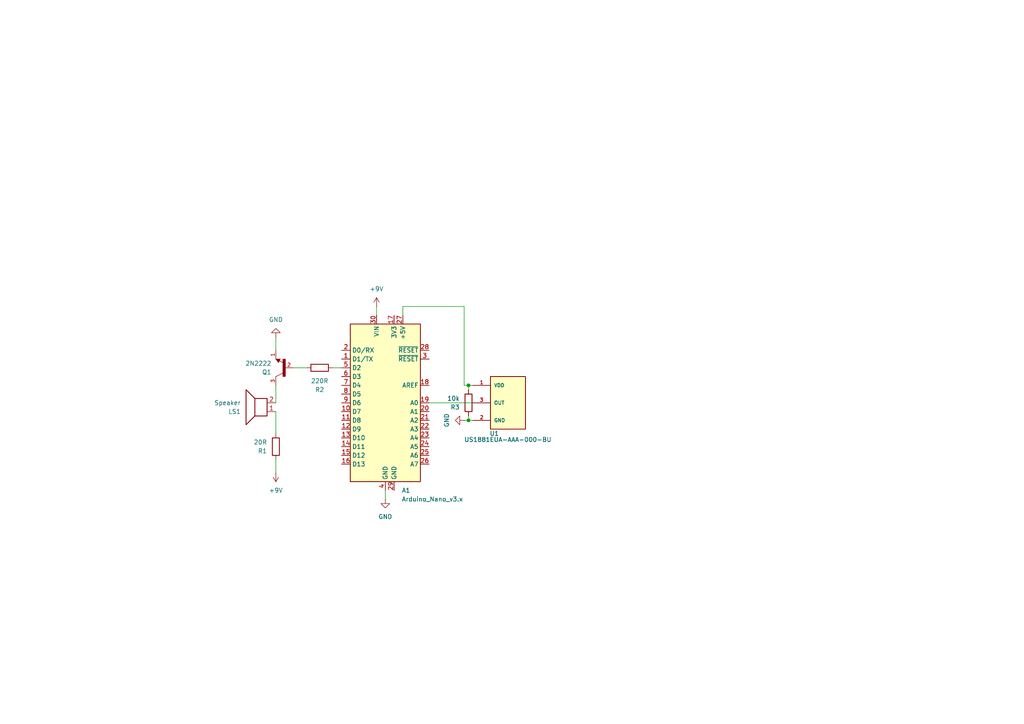
<source format=kicad_sch>
(kicad_sch (version 20231120) (generator "eeschema") (generator_version "8.0")
  (paper "A4")
  (lib_symbols
    (symbol "2N2222:2N2222" (pin_names (offset 1.016))
      (property "Reference" "Q" (at -10.16 7.62 0))
      (property "Value" "2N2222" (at -10.16 -7.62 0))
      (symbol "2N2222_0_0"
        (rectangle (start -0.254 -2.54) (end 0.508 2.54) (stroke (width 0.1)) (fill (type outline)))
        (polyline (pts (xy 1.27 -2.54) (xy 1.778 -1.524)) (stroke (width 0.1524)))
        (polyline (pts (xy 1.524 -2.413) (xy 2.286 -2.413)) (stroke (width 0.254)))
        (polyline (pts (xy 1.524 -2.286) (xy 1.905 -2.286)) (stroke (width 0.254)))
        (polyline (pts (xy 1.54 -2.04) (xy 0.308 -1.424)) (stroke (width 0.1524)))
        (polyline (pts (xy 1.778 -1.778) (xy 1.524 -2.286)) (stroke (width 0.254)))
        (polyline (pts (xy 1.778 -1.524) (xy 2.54 -2.54)) (stroke (width 0.1524)))
        (polyline (pts (xy 1.905 -2.286) (xy 1.778 -2.032)) (stroke (width 0.254)))
        (polyline (pts (xy 2.286 -2.413) (xy 1.778 -1.778)) (stroke (width 0.254)))
        (polyline (pts (xy 2.54 -2.54) (xy 1.27 -2.54)) (stroke (width 0.1524)))
        (polyline (pts (xy 2.54 2.54) (xy 0.508 1.524)) (stroke (width 0.1524)))
        (pin passive line (at 2.54 -5.08 90) (length 2.54) (name "~") (number "1"))
        (pin passive line (at -2.54 0 0) (length 2.54) (name "~") (number "2"))
        (pin passive line (at 2.54 5.08 270) (length 2.54) (name "~") (number "3"))
      )
    )
    (symbol "Device:R" (pin_numbers hide) (pin_names (offset 0))
      (property "Reference" "R" (at 2.032 0 90))
      (property "Value" "R" (at 0 0 90))
      (symbol "R_0_1"
        (rectangle (start -1.016 -2.54) (end 1.016 2.54) (stroke (width 0.254)))
      )
      (symbol "R_1_1"
        (pin passive line (at 0 3.81 270) (length 1.27) (name "~") (number "1"))
        (pin passive line (at 0 -3.81 90) (length 1.27) (name "~") (number "2"))
      )
    )
    (symbol "Device:Speaker" (pin_names (offset 0) hide)
      (property "Reference" "LS" (at 1.27 5.715 0))
      (property "Value" "Speaker" (at 1.27 3.81 0))
      (symbol "Speaker_0_0"
        (rectangle (start -2.54 1.27) (end 1.016 -3.81) (stroke (width 0.254)))
        (polyline (pts (xy 1.016 1.27) (xy 3.556 3.81) (xy 3.556 -6.35) (xy 1.016 -3.81)) (stroke (width 0.254)))
      )
      (symbol "Speaker_1_1"
        (pin input line (at -5.08 0 0) (length 2.54) (name "1") (number "1"))
        (pin input line (at -5.08 -2.54 0) (length 2.54) (name "2") (number "2"))
      )
    )
    (symbol "MCU_Module:Arduino_Nano_v3.x"
      (property "Reference" "A" (at -10.16 23.495 0))
      (property "Value" "Arduino_Nano_v3.x" (at 5.08 -24.13 0))
      (symbol "Arduino_Nano_v3.x_0_1"
        (rectangle (start -10.16 22.86) (end 10.16 -22.86) (stroke (width 0.254)) (fill (type background)))
      )
      (symbol "Arduino_Nano_v3.x_1_1"
        (pin bidirectional line (at -12.7 12.7 0) (length 2.54) (name "D1/TX") (number "1"))
        (pin bidirectional line (at -12.7 -2.54 0) (length 2.54) (name "D7") (number "10"))
        (pin bidirectional line (at -12.7 -5.08 0) (length 2.54) (name "D8") (number "11"))
        (pin bidirectional line (at -12.7 -7.62 0) (length 2.54) (name "D9") (number "12"))
        (pin bidirectional line (at -12.7 -10.16 0) (length 2.54) (name "D10") (number "13"))
        (pin bidirectional line (at -12.7 -12.7 0) (length 2.54) (name "D11") (number "14"))
        (pin bidirectional line (at -12.7 -15.24 0) (length 2.54) (name "D12") (number "15"))
        (pin bidirectional line (at -12.7 -17.78 0) (length 2.54) (name "D13") (number "16"))
        (pin power_out line (at 2.54 25.4 270) (length 2.54) (name "3V3") (number "17"))
        (pin input line (at 12.7 5.08 180) (length 2.54) (name "AREF") (number "18"))
        (pin bidirectional line (at 12.7 0 180) (length 2.54) (name "A0") (number "19"))
        (pin bidirectional line (at -12.7 15.24 0) (length 2.54) (name "D0/RX") (number "2"))
        (pin bidirectional line (at 12.7 -2.54 180) (length 2.54) (name "A1") (number "20"))
        (pin bidirectional line (at 12.7 -5.08 180) (length 2.54) (name "A2") (number "21"))
        (pin bidirectional line (at 12.7 -7.62 180) (length 2.54) (name "A3") (number "22"))
        (pin bidirectional line (at 12.7 -10.16 180) (length 2.54) (name "A4") (number "23"))
        (pin bidirectional line (at 12.7 -12.7 180) (length 2.54) (name "A5") (number "24"))
        (pin bidirectional line (at 12.7 -15.24 180) (length 2.54) (name "A6") (number "25"))
        (pin bidirectional line (at 12.7 -17.78 180) (length 2.54) (name "A7") (number "26"))
        (pin power_out line (at 5.08 25.4 270) (length 2.54) (name "+5V") (number "27"))
        (pin input line (at 12.7 15.24 180) (length 2.54) (name "~{RESET}") (number "28"))
        (pin power_in line (at 2.54 -25.4 90) (length 2.54) (name "GND") (number "29"))
        (pin input line (at 12.7 12.7 180) (length 2.54) (name "~{RESET}") (number "3"))
        (pin power_in line (at -2.54 25.4 270) (length 2.54) (name "VIN") (number "30"))
        (pin power_in line (at 0 -25.4 90) (length 2.54) (name "GND") (number "4"))
        (pin bidirectional line (at -12.7 10.16 0) (length 2.54) (name "D2") (number "5"))
        (pin bidirectional line (at -12.7 7.62 0) (length 2.54) (name "D3") (number "6"))
        (pin bidirectional line (at -12.7 5.08 0) (length 2.54) (name "D4") (number "7"))
        (pin bidirectional line (at -12.7 2.54 0) (length 2.54) (name "D5") (number "8"))
        (pin bidirectional line (at -12.7 0 0) (length 2.54) (name "D6") (number "9"))
      )
    )
    (symbol "US1881EUA-AAA-000-BU:US1881EUA-AAA-000-BU" (pin_names (offset 1.016))
      (property "Reference" "U" (at -5.08 8.382 0))
      (property "Value" "US1881EUA-AAA-000-BU" (at -5.08 -10.16 0))
      (symbol "US1881EUA-AAA-000-BU_0_0"
        (rectangle (start -5.08 -7.62) (end 5.08 7.62) (stroke (width 0.254)) (fill (type background)))
        (pin power_in line (at 10.16 5.08 180) (length 5.08) (name "VDD") (number "1"))
        (pin power_in line (at 10.16 -5.08 180) (length 5.08) (name "GND") (number "2"))
        (pin output line (at 10.16 0 180) (length 5.08) (name "OUT") (number "3"))
      )
    )
    (symbol "power:+9V" (power) (pin_numbers hide) (pin_names (offset 0) hide)
      (property "Value" "+9V" (at 0 3.556 0))
      (symbol "+9V_0_1"
        (polyline (pts (xy -0.762 1.27) (xy 0 2.54)))
        (polyline (pts (xy 0 0) (xy 0 2.54)))
        (polyline (pts (xy 0 2.54) (xy 0.762 1.27)))
      )
      (symbol "+9V_1_1"
        (pin power_in line (at 0 0 90) (length 0) (name "~") (number "1"))
      )
    )
    (symbol "power:GND" (power) (pin_numbers hide) (pin_names (offset 0) hide)
      (property "Value" "GND" (at 0 -3.81 0))
      (symbol "GND_0_1"
        (polyline (pts (xy 0 0) (xy 0 -1.27) (xy 1.27 -1.27) (xy 0 -2.54) (xy -1.27 -1.27) (xy 0 -1.27)))
      )
      (symbol "GND_1_1"
        (pin power_in line (at 0 0 270) (length 0) (name "~") (number "1"))
      )
    )
  )
  (junction (at 135.89 121.92))
  (junction (at 135.89 111.76))
  (wire (pts (xy 111.76 142.24) (xy 111.76 144.78)))
  (wire (pts (xy 134.62 88.9) (xy 134.62 111.76)))
  (wire (pts (xy 80.01 101.6) (xy 80.01 97.79)))
  (wire (pts (xy 96.52 106.68) (xy 99.06 106.68)))
  (wire (pts (xy 88.9 106.68) (xy 85.09 106.68)))
  (wire (pts (xy 109.22 88.9) (xy 109.22 91.44)))
  (wire (pts (xy 116.84 88.9) (xy 134.62 88.9)))
  (wire (pts (xy 124.46 116.84) (xy 137.16 116.84)))
  (wire (pts (xy 135.89 111.76) (xy 137.16 111.76)))
  (wire (pts (xy 134.62 111.76) (xy 135.89 111.76)))
  (wire (pts (xy 80.01 125.73) (xy 80.01 119.38)))
  (wire (pts (xy 116.84 91.44) (xy 116.84 88.9)))
  (wire (pts (xy 80.01 137.16) (xy 80.01 133.35)))
  (wire (pts (xy 80.01 116.84) (xy 80.01 111.76)))
  (wire (pts (xy 135.89 120.65) (xy 135.89 121.92)))
  (wire (pts (xy 135.89 121.92) (xy 137.16 121.92)))
  (wire (pts (xy 134.62 121.92) (xy 135.89 121.92)))
  (wire (pts (xy 135.89 111.76) (xy 135.89 113.03)))
  (symbol (lib_id "MCU_Module:Arduino_Nano_v3.x") (at 111.76 116.84 0) (unit 1)
    (property "Reference" "A1" (at 116.4941 142.24 0) (effects (justify left)))
    (property "Value" "Arduino_Nano_v3.x" (at 116.4941 144.78 0) (effects (justify left)))
    (property "Footprint" "Module:Arduino_Nano" (effects (hide yes)))
    (property "Datasheet" "http://www.mouser.com/pdfdocs/Gravitech_Arduino_Nano3_0.pdf" (effects (hide yes)))
    (property "Description" "Arduino Nano v3.x" (effects (hide yes)))
  )
  (symbol (lib_id "power:+9V") (at 80.01 137.16 180) (unit 1)
    (property "Reference" "#PWR02" (effects (hide yes)))
    (property "Value" "+9V" (at 80.01 142.24 0))
    (property "Description" "Power symbol creates a global label with name \"+9V\"" (effects (hide yes)))
  )
  (symbol (lib_id "2N2222:2N2222") (at 82.55 106.68 180) (unit 1)
    (property "Reference" "Q1" (at 78.74 107.9501 0) (effects (justify left)))
    (property "Value" "2N2222" (at 78.74 105.4101 0) (effects (justify left)))
    (property "Footprint" "2N2222:TO127P584H533-3" (effects (hide yes)))
    (property "MF" "ON Semiconductor" (effects (hide yes)))
    (property "MAXIMUM_PACKAGE_HEIGHT" "5.33 mm" (effects (hide yes)))
    (property "Package" "TO-18 Texas Instruments" (effects (hide yes)))
    (property "Price" "None" (effects (hide yes)))
    (property "Check_prices" "https://www.snapeda.com/parts/2N2222/Onsemi/view-part/?ref=eda" (effects (hide yes)))
    (property "STANDARD" "IPC 7351B" (effects (hide yes)))
    (property "PARTREV" "R2" (effects (hide yes)))
    (property "SnapEDA_Link" "https://www.snapeda.com/parts/2N2222/Onsemi/view-part/?ref=snap" (effects (hide yes)))
    (property "MP" "2N2222" (effects (hide yes)))
    (property "Description_1" "\nBipolar (BJT) Transistor NPN 50V 800mA 300mW Surface Mount Ceramic SMD\n" (effects (hide yes)))
    (property "Availability" "Not in stock" (effects (hide yes)))
    (property "MANUFACTURER" "Micross" (effects (hide yes)))
  )
  (symbol (lib_id "power:GND") (at 134.62 121.92 270) (mirror x) (unit 1)
    (property "Reference" "#PWR05" (effects (hide yes)))
    (property "Value" "GND" (at 129.54 121.92 0))
    (property "Description" "Power symbol creates a global label with name \"GND\" , ground" (effects (hide yes)))
  )
  (symbol (lib_id "power:+9V") (at 109.22 88.9 0) (mirror y) (unit 1)
    (property "Reference" "#PWR03" (effects (hide yes)))
    (property "Value" "+9V" (at 109.22 83.82 0))
    (property "Description" "Power symbol creates a global label with name \"+9V\"" (effects (hide yes)))
  )
  (symbol (lib_id "Device:R") (at 135.89 116.84 180) (unit 1)
    (property "Reference" "R3" (at 133.35 118.1101 0) (effects (justify left)))
    (property "Value" "10k" (at 133.35 115.5701 0) (effects (justify left)))
    (property "Description" "Resistor" (effects (hide yes)))
  )
  (symbol (lib_id "Device:R") (at 92.71 106.68 270) (unit 1)
    (property "Reference" "R2" (at 92.71 113.03 90))
    (property "Value" "220R" (at 92.71 110.49 90))
    (property "Description" "Resistor" (effects (hide yes)))
  )
  (symbol (lib_id "power:GND") (at 111.76 144.78 0) (mirror y) (unit 1)
    (property "Reference" "#PWR04" (effects (hide yes)))
    (property "Value" "GND" (at 111.76 149.86 0))
    (property "Description" "Power symbol creates a global label with name \"GND\" , ground" (effects (hide yes)))
  )
  (symbol (lib_id "Device:R") (at 80.01 129.54 180) (unit 1)
    (property "Reference" "R1" (at 77.47 130.8101 0) (effects (justify left)))
    (property "Value" "20R" (at 77.47 128.2701 0) (effects (justify left)))
    (property "Description" "Resistor" (effects (hide yes)))
  )
  (symbol (lib_id "US1881EUA-AAA-000-BU:US1881EUA-AAA-000-BU") (at 147.32 116.84 0) (mirror y) (unit 1)
    (property "Reference" "U1" (at 141.986 125.73 0) (effects (justify right)))
    (property "Value" "US1881EUA-AAA-000-BU" (at 134.62 127.508 0) (effects (justify right)))
    (property "Footprint" "US1881EUA-AAA-000-BU:TO92127P410H430-3" (effects (hide yes)))
    (property "MF" "Melexis" (effects (hide yes)))
    (property "MAXIMUM_PACKAGE_HEIGHT" "4.3mm" (effects (hide yes)))
    (property "Package" "TO-92-3L-3 Melexis" (effects (hide yes)))
    (property "Price" "None" (effects (hide yes)))
    (property "Check_prices" "https://www.snapeda.com/parts/US1881EUA-AAA-000-BU/Melexis+Technologies+NV/view-part/?ref=eda" (effects (hide yes)))
    (property "STANDARD" "IPC-2221/IPC-2222" (effects (hide yes)))
    (property "PARTREV" "010" (effects (hide yes)))
    (property "SnapEDA_Link" "https://www.snapeda.com/parts/US1881EUA-AAA-000-BU/Melexis+Technologies+NV/view-part/?ref=snap" (effects (hide yes)))
    (property "MP" "US1881EUA-AAA-000-BU" (effects (hide yes)))
    (property "Purchase-URL" "https://www.snapeda.com/api/url_track_click_mouser/?unipart_id=9344053&manufacturer=Melexis&part_name=US1881EUA-AAA-000-BU&search_term=None" (effects (hide yes)))
    (property "Description_1" "\n3 wire Latch\n" (effects (hide yes)))
    (property "Availability" "In Stock" (effects (hide yes)))
    (property "MANUFACTURER" "Melexis" (effects (hide yes)))
  )
  (symbol (lib_id "Device:Speaker") (at 74.93 119.38 180) (unit 1)
    (property "Reference" "LS1" (at 69.85 119.3801 0) (effects (justify left)))
    (property "Value" "Speaker" (at 69.85 116.8401 0) (effects (justify left)))
    (property "Description" "Speaker" (effects (hide yes)))
  )
  (symbol (lib_id "power:GND") (at 80.01 97.79 180) (unit 1)
    (property "Reference" "#PWR01" (effects (hide yes)))
    (property "Value" "GND" (at 80.01 92.71 0))
    (property "Description" "Power symbol creates a global label with name \"GND\" , ground" (effects (hide yes)))
  )
)
</source>
